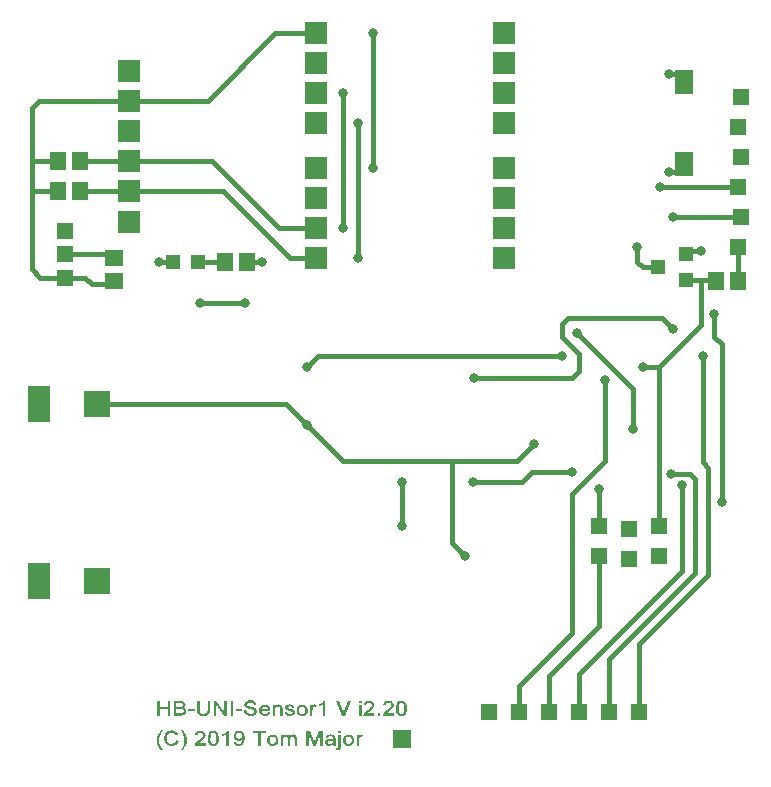
<source format=gtl>
%FSLAX35Y35*%
%MOIN*%
%IN16=KupferobenL2(X.Top)*%
%ADD10C,0.00591*%
%ADD11C,0.00004*%
%ADD12C,0.00200*%
%ADD13C,0.00240*%
%ADD14C,0.00300*%
%ADD15C,0.00384*%
%ADD16C,0.00400*%
%ADD17C,0.00413*%
%ADD18C,0.00535*%
%ADD19C,0.00600*%
%ADD20C,0.00748*%
%ADD21C,0.00768*%
%ADD22C,0.00787*%
%ADD23C,0.00800*%
%ADD24C,0.00886*%
%ADD25C,0.01024*%
%ADD26C,0.01181*%
%ADD27C,0.01575*%
%ADD28C,0.01969*%
%ADD29C,0.02362*%
%ADD30C,0.03150*%
%ADD31C,0.03536*%
%ADD32C,0.05000*%
%ADD33C,0.05906*%
%ADD34C,0.09843*%
%AMR_35*21,1,0.00600,0.07200,0,0,0.000*%
%ADD35R_35*%
%AMR_36*21,1,0.00788,0.03150,0,0,0.000*%
%ADD36R_36*%
%AMR_37*21,1,0.01181,0.00591,0,0,0.000*%
%ADD37R_37*%
%AMR_38*21,1,0.01181,0.01181,0,0,0.000*%
%ADD38R_38*%
%AMR_39*21,1,0.01250,0.04375,0,0,0.000*%
%ADD39R_39*%
%AMR_40*21,1,0.01400,0.05600,0,0,0.000*%
%ADD40R_40*%
%AMR_41*21,1,0.01574,0.04724,0,0,0.000*%
%ADD41R_41*%
%AMR_42*21,1,0.01969,0.05118,0,0,180.000*%
%ADD42R_42*%
%AMR_43*21,1,0.02300,0.01800,0,0,0.000*%
%ADD43R_43*%
%AMR_44*21,1,0.02362,0.05315,0,0,0.000*%
%ADD44R_44*%
%AMR_45*21,1,0.02756,0.11024,0,0,270.000*%
%ADD45R_45*%
%AMR_46*21,1,0.02953,0.05709,0,0,0.000*%
%ADD46R_46*%
%AMR_47*21,1,0.03150,0.00788,0,0,0.000*%
%ADD47R_47*%
%AMR_48*21,1,0.03750,0.01875,0,0,0.000*%
%ADD48R_48*%
%AMR_49*21,1,0.03750,0.13125,0,0,0.000*%
%ADD49R_49*%
%AMR_50*21,1,0.03937,0.05512,0,0,270.000*%
%ADD50R_50*%
%AMR_51*21,1,0.04600,0.05512,0,0,0.000*%
%ADD51R_51*%
%AMR_52*21,1,0.04724,0.01574,0,0,0.000*%
%ADD52R_52*%
%AMR_53*21,1,0.04724,0.04724,0,0,0.000*%
%ADD53R_53*%
%AMR_54*21,1,0.04724,0.04724,0,0,90.000*%
%ADD54R_54*%
%AMR_55*21,1,0.05118,0.01969,0,0,180.000*%
%ADD55R_55*%
%AMR_56*21,1,0.05118,0.05906,0,0,0.000*%
%ADD56R_56*%
%AMR_57*21,1,0.05118,0.05906,0,0,90.000*%
%ADD57R_57*%
%AMR_58*21,1,0.05118,0.05906,0,0,180.000*%
%ADD58R_58*%
%AMR_59*21,1,0.05118,0.06299,0,0,90.000*%
%ADD59R_59*%
%AMR_60*21,1,0.05118,0.06299,0,0,180.000*%
%ADD60R_60*%
%AMR_61*21,1,0.05118,0.06299,0,0,270.000*%
%ADD61R_61*%
%AMR_62*21,1,0.05512,0.05512,0,0,0.000*%
%ADD62R_62*%
%AMR_63*21,1,0.05512,0.05512,0,0,90.000*%
%ADD63R_63*%
%AMR_64*21,1,0.05512,0.05512,0,0,180.000*%
%ADD64R_64*%
%AMR_65*21,1,0.05512,0.05512,0,0,270.000*%
%ADD65R_65*%
%AMR_66*21,1,0.05600,0.01400,0,0,0.000*%
%ADD66R_66*%
%AMR_67*21,1,0.05709,0.02953,0,0,0.000*%
%ADD67R_67*%
%AMR_68*21,1,0.06299,0.06299,0,0,0.000*%
%ADD68R_68*%
%AMR_69*21,1,0.07087,0.07087,0,0,270.000*%
%ADD69R_69*%
%AMR_70*21,1,0.07087,0.11811,0,0,0.000*%
%ADD70R_70*%
%AMR_71*21,1,0.07874,0.06299,0,0,90.000*%
%ADD71R_71*%
%AMR_72*21,1,0.08661,0.04724,0,0,270.000*%
%ADD72R_72*%
%AMR_73*21,1,0.08661,0.08661,0,0,0.000*%
%ADD73R_73*%
%AMR_74*21,1,0.09843,0.19685,0,0,0.000*%
%ADD74R_74*%
%AMR_75*21,1,0.10000,0.01875,0,0,0.000*%
%ADD75R_75*%
%AMR_76*21,1,0.10625,0.01875,0,0,0.000*%
%ADD76R_76*%
%AMR_77*21,1,0.10625,0.19685,0,0,0.000*%
%ADD77R_77*%
%AMR_78*21,1,0.19685,0.09843,0,0,0.000*%
%ADD78R_78*%
%AMR_79*21,1,0.19685,0.19685,0,0,0.000*%
%ADD79R_79*%
%AMOCT_80*4,1,8,0.049213,0.024606,0.024606,0.049213,-0.024606,0.049213,-0.049213,0.024606,-0.049213,-0.024606,-0.024606,-0.049213,0.024606,-0.049213,0.049213,-0.024606,0.049213,0.024606,0.000*%
%ADD80OCT_80*%
G54D27*
X220356Y170856D02*
X225231Y170856D01*
X220356Y170856D02*
X220356Y169562D01*
X49222Y167106D02*
X44606Y167106D01*
X219606Y227111D02*
X219606Y229606D01*
X214606Y229606D01*
X125590Y93882D02*
X125590Y78981D01*
X191278Y91481D02*
X191278Y78981D01*
X149606Y128356D02*
X182106Y128356D01*
X184606Y130856D01*
X184606Y136481D01*
X178981Y142106D01*
X178981Y146481D01*
X180856Y148356D01*
X212106Y148356D01*
X215856Y144606D01*
X205856Y132106D02*
X211278Y132106D01*
X211278Y78981D01*
X230196Y160900D02*
X225231Y160900D01*
X230196Y160900D02*
X230241Y160856D01*
X225231Y160900D02*
X225231Y146059D01*
X225231Y160900D02*
X220356Y160900D01*
X225231Y146059D02*
X211278Y132106D01*
X215856Y182106D02*
X238518Y182106D01*
X211481Y192106D02*
X237731Y192106D01*
X149212Y93882D02*
X165757Y93882D01*
X168981Y97106D01*
X182106Y97106D01*
X219606Y199601D02*
X219606Y197106D01*
X214606Y197106D01*
X232106Y87106D02*
X232106Y139606D01*
X229606Y149606D02*
X229606Y142106D01*
X232106Y139606D01*
X57490Y167106D02*
X66491Y167106D01*
X88356Y168356D02*
X96850Y168356D01*
X88356Y168356D02*
X65856Y190856D01*
X34606Y190856D01*
X18346Y190856D02*
X34606Y190856D01*
X110856Y168356D02*
X110856Y213356D01*
X84606Y178356D02*
X96850Y178356D01*
X84606Y178356D02*
X62106Y200856D01*
X34606Y200856D01*
X18346Y200856D02*
X34606Y200856D01*
X105856Y178356D02*
X105856Y223356D01*
X164606Y17106D02*
X164606Y25856D01*
X182106Y43356D01*
X182106Y89606D01*
X193356Y100856D01*
X193356Y127731D01*
X194606Y34606D02*
X194606Y17106D01*
X194606Y34606D02*
X223356Y63356D01*
X223356Y94606D01*
X221481Y96481D01*
X215231Y96481D01*
X183981Y143356D02*
X202731Y124606D01*
X202731Y111481D01*
X184606Y17106D02*
X184606Y29606D01*
X218981Y63981D01*
X218981Y92731D01*
X178981Y135856D02*
X97731Y135856D01*
X93981Y132106D01*
X73356Y153356D02*
X58356Y153356D01*
X13356Y169606D02*
X29606Y169606D01*
X29606Y168346D01*
X73971Y167106D02*
X78981Y167106D01*
X210856Y165231D02*
X205856Y165231D01*
X2106Y190856D02*
X10866Y190856D01*
X34606Y220856D02*
X4606Y220856D01*
X10866Y200856D02*
X2106Y200856D01*
X2106Y190856D02*
X2106Y200856D01*
X2106Y218356D01*
X4606Y220856D01*
X2106Y218356D02*
X2106Y200856D01*
X115856Y198356D02*
X115856Y243356D01*
X22106Y159606D02*
X28356Y159606D01*
X29606Y160866D01*
X22106Y159606D02*
X19980Y161732D01*
X13356Y161732D01*
X34606Y220856D02*
X60856Y220856D01*
X83356Y243356D01*
X96850Y243356D01*
X169606Y106481D02*
X163981Y100856D01*
X142106Y100856D01*
X146481Y68981D02*
X142106Y73356D01*
X142106Y100856D01*
X174606Y17106D02*
X174606Y28981D01*
X191278Y45653D01*
X191278Y68981D01*
X205856Y165231D02*
X203876Y167210D01*
X203876Y172106D01*
X13356Y161732D02*
X4980Y161732D01*
X2106Y164606D01*
X2106Y190856D01*
X24025Y119758D02*
X86953Y119758D01*
X93981Y112731D01*
X105856Y100856D01*
X142106Y100856D01*
X237731Y172106D02*
X237731Y160856D01*
X237721Y160856D01*
X227731Y98356D02*
X227731Y62731D01*
X204606Y39606D02*
X227731Y62731D01*
X204606Y17106D02*
X204606Y39606D01*
X227731Y98356D02*
X225856Y100231D01*
X225856Y135856D01*
G54D30*
X225231Y170856D03*
X44606Y167106D03*
X214606Y229606D03*
X125590Y93882D03*
X191278Y91481D03*
X125590Y78981D03*
X215856Y144606D03*
X149606Y128356D03*
X205856Y132106D03*
X215856Y182106D03*
X211481Y192106D03*
X149212Y93882D03*
X182106Y97106D03*
X214606Y197106D03*
X232106Y87106D03*
X229606Y149606D03*
X110856Y168356D03*
X110856Y213356D03*
X105856Y178356D03*
X105856Y223356D03*
X193356Y127731D03*
X215231Y96481D03*
X202731Y111481D03*
X183981Y143356D03*
X218981Y92731D03*
X93981Y132106D03*
X178981Y135856D03*
X73356Y153356D03*
X58356Y153356D03*
X78981Y167106D03*
X203876Y172106D03*
X115856Y198356D03*
X115856Y243356D03*
X169606Y106481D03*
X93981Y112731D03*
X146481Y68981D03*
X225856Y135856D03*
G54D53*
X220356Y160900D03*
X220356Y169562D03*
X210856Y165231D03*
G54D54*
X49222Y167106D03*
X57490Y167106D03*
G54D58*
X237721Y160856D03*
X230241Y160856D03*
G54D59*
X29606Y160866D03*
X29606Y168346D03*
G54D60*
X73971Y167106D03*
X66491Y167106D03*
X18346Y190856D03*
X10866Y190856D03*
X18346Y200856D03*
X10866Y200856D03*
G54D62*
X191278Y78981D03*
X191278Y68981D03*
X201278Y78193D03*
X201278Y68193D03*
X211278Y78981D03*
X211278Y68981D03*
G54D63*
X237731Y172106D03*
X238518Y182106D03*
X237731Y192106D03*
X238518Y202106D03*
X237731Y212106D03*
X238518Y222106D03*
G54D64*
X204606Y17106D03*
X194606Y17106D03*
X184606Y17106D03*
X174606Y17106D03*
X164606Y17106D03*
X154606Y17106D03*
G54D65*
X13356Y161732D03*
X13356Y177480D03*
X13356Y169606D03*
G54D68*
X125590Y8043D03*
G54D69*
X96850Y243356D03*
X96850Y233356D03*
X96850Y223356D03*
X96850Y213356D03*
X96850Y198356D03*
X96850Y188356D03*
X96850Y178356D03*
X96850Y168356D03*
X159606Y243356D03*
X159606Y233356D03*
X159606Y223356D03*
X159606Y213356D03*
X159606Y198356D03*
X159606Y188356D03*
X159606Y178356D03*
X159606Y168356D03*
X34606Y220856D03*
X34606Y210856D03*
X34606Y200856D03*
X34606Y190856D03*
X34606Y180231D03*
X34606Y230856D03*
G54D70*
X4606Y119758D03*
X4606Y60703D03*
G54D71*
X219606Y199601D03*
X219606Y227111D03*
G54D73*
X24025Y119758D03*
X24025Y60703D03*
G36*
X45797Y4438D02*
X45206Y4438D01*
X44655Y5147D01*
X44222Y5935D01*
X44064Y6368D01*
X43946Y6801D01*
X43868Y7234D01*
X43828Y7706D01*
X43907Y8494D01*
X44143Y9242D01*
X44301Y9635D01*
X44576Y10068D01*
X44852Y10501D01*
X45206Y10935D01*
X45797Y10935D01*
X45600Y10580D01*
X45403Y10265D01*
X45285Y10029D01*
X45167Y9872D01*
X44970Y9399D01*
X44812Y8927D01*
X44694Y8336D01*
X44655Y7706D01*
X44734Y6919D01*
X44931Y6092D01*
X45285Y5265D01*
X45797Y4438D01*
D02*G37*
G36*
X50285Y7431D02*
X50364Y7746D01*
X51230Y7509D01*
X51072Y7116D01*
X50915Y6761D01*
X50679Y6446D01*
X50403Y6210D01*
X50088Y6013D01*
X49734Y5895D01*
X49340Y5816D01*
X48907Y5777D01*
X48513Y5777D01*
X48120Y5856D01*
X47765Y5974D01*
X47450Y6092D01*
X46978Y6525D01*
X46584Y7076D01*
X46387Y7706D01*
X46309Y8415D01*
X46348Y8769D01*
X46387Y9124D01*
X46505Y9438D01*
X46624Y9753D01*
X47017Y10265D01*
X47568Y10620D01*
X48198Y10856D01*
X48907Y10935D01*
X49301Y10895D01*
X49694Y10816D01*
X50009Y10698D01*
X50324Y10541D01*
X50600Y10305D01*
X50797Y10068D01*
X50994Y9753D01*
X51112Y9399D01*
X50285Y9242D01*
X50167Y9478D01*
X50049Y9675D01*
X49891Y9872D01*
X49734Y9990D01*
X49340Y10147D01*
X48868Y10226D01*
X48356Y10147D01*
X47883Y9990D01*
X47568Y9675D01*
X47332Y9281D01*
X47214Y8848D01*
X47175Y8415D01*
X47214Y7824D01*
X47372Y7352D01*
X47608Y6958D01*
X47962Y6683D01*
X48395Y6525D01*
X48868Y6486D01*
X49379Y6564D01*
X49812Y6761D01*
X50009Y6958D01*
X50167Y7155D01*
X50285Y7431D01*
D02*G37*
G36*
X53080Y5147D02*
X52529Y4438D01*
X51938Y4438D01*
X52450Y5265D01*
X52805Y6092D01*
X53001Y6919D01*
X53080Y7706D01*
X53041Y8297D01*
X52923Y8927D01*
X52765Y9399D01*
X52568Y9872D01*
X52450Y10029D01*
X52332Y10265D01*
X52175Y10580D01*
X51938Y10935D01*
X52529Y10935D01*
X52883Y10501D01*
X53159Y10068D01*
X53435Y9635D01*
X53592Y9242D01*
X53828Y8494D01*
X53907Y7706D01*
X53868Y7273D01*
X53828Y6801D01*
X53671Y6368D01*
X53513Y5935D01*
X53080Y5147D01*
D02*G37*
G36*
X57529Y6564D02*
X60167Y6564D01*
X60167Y5856D01*
X56505Y5856D01*
X56505Y6131D01*
X56584Y6368D01*
X56742Y6722D01*
X57017Y7037D01*
X57372Y7391D01*
X57844Y7785D01*
X58238Y8100D01*
X58553Y8375D01*
X58828Y8612D01*
X58986Y8809D01*
X59222Y9163D01*
X59301Y9478D01*
X59222Y9753D01*
X59064Y9990D01*
X58750Y10187D01*
X58395Y10226D01*
X57962Y10147D01*
X57687Y9990D01*
X57490Y9714D01*
X57411Y9281D01*
X56584Y9360D01*
X56663Y9714D01*
X56742Y10029D01*
X56899Y10265D01*
X57135Y10501D01*
X57372Y10659D01*
X57687Y10777D01*
X58001Y10816D01*
X58395Y10856D01*
X58789Y10816D01*
X59104Y10738D01*
X59419Y10620D01*
X59655Y10462D01*
X59852Y10226D01*
X60009Y9990D01*
X60088Y9753D01*
X60127Y9478D01*
X60088Y9163D01*
X60009Y8848D01*
X59812Y8572D01*
X59576Y8257D01*
X59379Y8061D01*
X59183Y7864D01*
X58907Y7627D01*
X58592Y7391D01*
X58316Y7194D01*
X58120Y7037D01*
X57923Y6879D01*
X57805Y6801D01*
X57647Y6643D01*
X57529Y6564D01*
D02*G37*
G36*
X61743Y8336D02*
X60915Y8336D01*
X60915Y8730D01*
X60954Y9124D01*
X61033Y9438D01*
X61112Y9714D01*
X61348Y10226D01*
X61702Y10580D01*
X62175Y10777D01*
X62726Y10856D01*
X63159Y10816D01*
X63513Y10698D01*
X63868Y10462D01*
X64104Y10226D01*
X64261Y9872D01*
X64419Y9478D01*
X64498Y8966D01*
X64537Y8336D01*
X64537Y7903D01*
X64498Y7549D01*
X64419Y7194D01*
X64340Y6919D01*
X64104Y6407D01*
X63750Y6053D01*
X63277Y5856D01*
X62726Y5777D01*
X62332Y5816D01*
X62017Y5895D01*
X61702Y6092D01*
X61427Y6289D01*
X61230Y6683D01*
X61033Y7116D01*
X60954Y7667D01*
X60916Y8336D01*
X61742Y8336D01*
X61742Y7785D01*
X61820Y7352D01*
X61899Y6998D01*
X62017Y6761D01*
X62175Y6604D01*
X62372Y6486D01*
X62529Y6446D01*
X62726Y6407D01*
X62923Y6446D01*
X63080Y6486D01*
X63277Y6604D01*
X63435Y6761D01*
X63553Y6998D01*
X63631Y7352D01*
X63710Y7785D01*
X63710Y8336D01*
X63710Y8848D01*
X63631Y9281D01*
X63553Y9635D01*
X63435Y9872D01*
X63277Y10029D01*
X63120Y10147D01*
X62923Y10187D01*
X62726Y10226D01*
X62332Y10147D01*
X62057Y9911D01*
X61938Y9675D01*
X61820Y9320D01*
X61781Y8848D01*
X61743Y8336D01*
D02*G37*
G36*
X67805Y10856D02*
X67805Y5856D01*
X66978Y5856D01*
X66978Y9675D01*
X66781Y9478D01*
X66466Y9242D01*
X66072Y9084D01*
X65679Y8927D01*
X65679Y9596D01*
X66190Y9872D01*
X66663Y10187D01*
X66978Y10501D01*
X67253Y10856D01*
X67805Y10856D01*
D02*G37*
G36*
X71742Y10777D02*
X71230Y10856D01*
X70875Y10816D01*
D02*G37*
G36*
X70561Y10738D02*
X71742Y10777D01*
X70875Y10816D01*
D02*G37*
G36*
X70246Y10580D02*
X71742Y10777D01*
X70561Y10738D01*
D02*G37*
G36*
X72214Y10580D02*
X71742Y10777D01*
X70246Y10580D01*
D02*G37*
G36*
X69970Y10383D02*
X72214Y10580D01*
X70246Y10580D01*
D02*G37*
G36*
X72608Y10265D02*
X72214Y10580D01*
X69970Y10383D01*
D02*G37*
G36*
X71309Y10226D02*
X72608Y10265D01*
X69970Y10383D01*
D02*G37*
G36*
X69773Y10147D02*
X71309Y10226D01*
X69970Y10383D01*
D02*G37*
G36*
X70915Y10147D02*
X71309Y10226D01*
X69773Y10147D01*
D02*G37*
G36*
X71702Y10147D02*
X72608Y10265D01*
X71309Y10226D01*
D02*G37*
G36*
X70600Y9950D02*
X70915Y10147D01*
X69773Y10147D01*
D02*G37*
G36*
X71978Y9950D02*
X72608Y10265D01*
X71702Y10147D01*
D02*G37*
G36*
X69616Y9832D02*
X70600Y9950D01*
X69773Y10147D01*
D02*G37*
G36*
X72883Y9832D02*
X72608Y10265D01*
X71978Y9950D01*
D02*G37*
G36*
X72175Y9635D02*
X72883Y9832D01*
X71978Y9950D01*
D02*G37*
G36*
X70403Y9596D02*
X70600Y9950D01*
X69616Y9832D01*
D02*G37*
G36*
X73001Y9557D02*
X72883Y9832D01*
X72175Y9635D01*
D02*G37*
G36*
X69537Y9517D02*
X70403Y9596D01*
X69616Y9832D01*
D02*G37*
G36*
X72254Y9242D02*
X73001Y9557D01*
X72175Y9635D01*
D02*G37*
G36*
X73080Y9242D02*
X73001Y9557D01*
X72254Y9242D01*
D02*G37*
G36*
X69498Y9163D02*
X70403Y9596D01*
X69537Y9517D01*
D02*G37*
G36*
X70324Y9163D02*
X70403Y9596D01*
X69498Y9163D01*
D02*G37*
G36*
X73120Y8887D02*
X73080Y9242D01*
X72254Y9242D01*
D02*G37*
G36*
X69537Y8809D02*
X70324Y9163D01*
X69498Y9163D01*
D02*G37*
G36*
X72175Y8809D02*
X73120Y8887D01*
X72254Y9242D01*
D02*G37*
G36*
X70403Y8769D02*
X70324Y9163D01*
X69537Y8809D01*
D02*G37*
G36*
X69616Y8494D02*
X70403Y8769D01*
X69537Y8809D01*
D02*G37*
G36*
X70600Y8494D02*
X70403Y8769D01*
X69616Y8494D01*
D02*G37*
G36*
X71978Y8494D02*
X73120Y8887D01*
X72175Y8809D01*
D02*G37*
G36*
X70915Y8297D02*
X70600Y8494D01*
X69616Y8494D01*
D02*G37*
G36*
X71663Y8297D02*
X73120Y8887D01*
X71978Y8494D01*
D02*G37*
G36*
X69773Y8218D02*
X70915Y8297D01*
X69616Y8494D01*
D02*G37*
G36*
X71309Y8218D02*
X70915Y8297D01*
X69773Y8218D01*
D02*G37*
G36*
X72293Y8100D02*
X73120Y8887D01*
X71663Y8297D01*
D02*G37*
G36*
X72293Y8100D02*
X71663Y8297D01*
X71309Y8218D01*
D02*G37*
G36*
X72293Y8100D02*
X71309Y8218D01*
X69773Y8218D01*
D02*G37*
G36*
X73120Y8021D02*
X73120Y8887D01*
X72293Y8100D01*
D02*G37*
G36*
X69970Y7982D02*
X72293Y8100D01*
X69773Y8218D01*
D02*G37*
G36*
X72175Y7903D02*
X72293Y8100D01*
X69970Y7982D01*
D02*G37*
G36*
X70206Y7746D02*
X72175Y7903D01*
X69970Y7982D01*
D02*G37*
G36*
X72293Y7746D02*
X73120Y8021D01*
X72293Y8100D01*
D02*G37*
G36*
X71899Y7706D02*
X72175Y7903D01*
X70206Y7746D01*
D02*G37*
G36*
X70482Y7627D02*
X71899Y7706D01*
X70206Y7746D01*
D02*G37*
G36*
X73080Y7627D02*
X73120Y8021D01*
X72293Y7746D01*
D02*G37*
G36*
X70797Y7549D02*
X71899Y7706D01*
X70482Y7627D01*
D02*G37*
G36*
X71505Y7549D02*
X71899Y7706D01*
X70797Y7549D01*
D02*G37*
G36*
X71112Y7509D02*
X71505Y7549D01*
X70797Y7549D01*
D02*G37*
G36*
X72214Y7391D02*
X73080Y7627D01*
X72293Y7746D01*
D02*G37*
G36*
X73001Y7273D02*
X73080Y7627D01*
X72214Y7391D01*
D02*G37*
G36*
X72096Y7076D02*
X73001Y7273D01*
X72214Y7391D01*
D02*G37*
G36*
X72883Y6958D02*
X73001Y7273D01*
X72096Y7076D01*
D02*G37*
G36*
X71978Y6840D02*
X72883Y6958D01*
X72096Y7076D01*
D02*G37*
G36*
X69655Y6801D02*
X70403Y7194D01*
X69576Y7116D01*
D02*G37*
G36*
X70521Y6801D02*
X70403Y7194D01*
X69655Y6801D01*
D02*G37*
G36*
X71820Y6643D02*
X72883Y6958D01*
X71978Y6840D01*
D02*G37*
G36*
X70679Y6564D02*
X70521Y6801D01*
X69655Y6801D01*
D02*G37*
G36*
X69734Y6525D02*
X70679Y6564D01*
X69655Y6801D01*
D02*G37*
G36*
X71663Y6525D02*
X72883Y6958D01*
X71820Y6643D01*
D02*G37*
G36*
X70915Y6446D02*
X70679Y6564D01*
X69734Y6525D01*
D02*G37*
G36*
X72608Y6446D02*
X72883Y6958D01*
X71663Y6525D01*
D02*G37*
G36*
X72608Y6446D02*
X71663Y6525D01*
X71427Y6446D01*
D02*G37*
G36*
X71190Y6407D02*
X70915Y6446D01*
X69734Y6525D01*
D02*G37*
G36*
X71190Y6407D02*
X72608Y6446D01*
X71427Y6446D01*
D02*G37*
G36*
X69891Y6289D02*
X71190Y6407D01*
X69734Y6525D01*
D02*G37*
G36*
X69891Y6289D02*
X72608Y6446D01*
X71190Y6407D01*
D02*G37*
G36*
X72214Y6092D02*
X72608Y6446D01*
X69891Y6289D01*
D02*G37*
G36*
X70285Y5974D02*
X72214Y6092D01*
X69891Y6289D01*
D02*G37*
G36*
X71978Y5935D02*
X72214Y6092D01*
X70285Y5974D01*
D02*G37*
G36*
X70561Y5856D02*
X71978Y5935D01*
X70285Y5974D01*
D02*G37*
G36*
X71702Y5856D02*
X71978Y5935D01*
X70561Y5856D01*
D02*G37*
G36*
X70836Y5777D02*
X71702Y5856D01*
X70561Y5856D01*
D02*G37*
G36*
X71151Y5777D02*
X71702Y5856D01*
X70836Y5777D01*
D02*G37*
G36*
X78435Y5856D02*
X77568Y5856D01*
X77568Y10147D01*
X75797Y10147D01*
X75797Y10856D01*
X80206Y10856D01*
X80206Y10147D01*
X78435Y10147D01*
X78435Y5856D01*
D02*G37*
G36*
X81467Y7706D02*
X80639Y7706D01*
X80679Y8179D01*
X80797Y8572D01*
X80994Y8927D01*
X81269Y9202D01*
X81505Y9360D01*
X81820Y9478D01*
X82135Y9557D01*
X82490Y9596D01*
X82883Y9557D01*
X83238Y9478D01*
X83553Y9320D01*
X83828Y9084D01*
X84064Y8809D01*
X84222Y8494D01*
X84301Y8139D01*
X84340Y7746D01*
X84301Y7116D01*
X84104Y6643D01*
X83828Y6289D01*
X83435Y6013D01*
X83001Y5816D01*
X82490Y5777D01*
X82096Y5816D01*
X81742Y5895D01*
X81427Y6053D01*
X81151Y6289D01*
X80915Y6564D01*
X80757Y6879D01*
X80679Y7273D01*
X80640Y7706D01*
X81466Y7706D01*
X81505Y7391D01*
X81545Y7116D01*
X81624Y6919D01*
X81781Y6722D01*
X81938Y6564D01*
X82096Y6486D01*
X82293Y6407D01*
X82490Y6407D01*
X82687Y6407D01*
X82883Y6486D01*
X83041Y6564D01*
X83198Y6722D01*
X83356Y6919D01*
X83435Y7116D01*
X83513Y7391D01*
X83513Y7706D01*
X83435Y8257D01*
X83238Y8651D01*
X82883Y8887D01*
X82490Y8966D01*
X82096Y8887D01*
X81742Y8651D01*
X81624Y8494D01*
X81545Y8257D01*
X81466Y8021D01*
X81467Y7706D01*
D02*G37*
G36*
X85954Y5856D02*
X85127Y5856D01*
X85127Y9517D01*
X85954Y9517D01*
X85954Y9084D01*
X86033Y9242D01*
X86269Y9438D01*
X86624Y9557D01*
X87017Y9596D01*
X87411Y9557D01*
X87765Y9399D01*
X88001Y9242D01*
X88120Y9005D01*
X88316Y9281D01*
X88592Y9438D01*
X88907Y9557D01*
X89301Y9596D01*
X89852Y9517D01*
X90246Y9281D01*
X90403Y9124D01*
X90482Y8887D01*
X90561Y8651D01*
X90600Y8375D01*
X90600Y5856D01*
X89773Y5856D01*
X89773Y8179D01*
X89734Y8454D01*
X89694Y8651D01*
X89616Y8769D01*
X89498Y8887D01*
X89340Y8927D01*
X89143Y8966D01*
X88789Y8887D01*
X88513Y8730D01*
X88316Y8454D01*
X88277Y7982D01*
X88277Y5856D01*
X87450Y5856D01*
X87450Y8257D01*
X87411Y8572D01*
X87293Y8769D01*
X87096Y8927D01*
X86820Y8966D01*
X86584Y8927D01*
X86348Y8848D01*
X86151Y8690D01*
X86033Y8494D01*
X85954Y8179D01*
X85954Y7785D01*
X85954Y5856D01*
D02*G37*
G36*
X94616Y5856D02*
X93750Y5856D01*
X93750Y10856D01*
X94931Y10856D01*
X96269Y7391D01*
X96348Y7155D01*
X96387Y6958D01*
X96427Y6840D01*
X96466Y6722D01*
X96466Y6840D01*
X96505Y6998D01*
X96584Y7194D01*
X96663Y7431D01*
X98001Y10856D01*
X99104Y10856D01*
X99104Y5856D01*
X98238Y5856D01*
X98238Y9950D01*
X96781Y5856D01*
X96033Y5856D01*
X94616Y9990D01*
X94616Y5856D01*
D02*G37*
G36*
X102332Y9557D02*
X101860Y9596D01*
X101348Y9557D01*
D02*G37*
G36*
X100915Y9478D02*
X102332Y9557D01*
X101348Y9557D01*
D02*G37*
G36*
X102687Y9478D02*
X102332Y9557D01*
X100915Y9478D01*
D02*G37*
G36*
X103001Y9360D02*
X102687Y9478D01*
X100915Y9478D01*
D02*G37*
G36*
X100561Y9281D02*
X103001Y9360D01*
X100915Y9478D01*
D02*G37*
G36*
X103198Y9202D02*
X103001Y9360D01*
X100561Y9281D01*
D02*G37*
G36*
X100324Y9084D02*
X103198Y9202D01*
X100561Y9281D01*
D02*G37*
G36*
X103316Y9005D02*
X103198Y9202D01*
X100324Y9084D01*
D02*G37*
G36*
X101742Y8966D02*
X103316Y9005D01*
X100324Y9084D01*
D02*G37*
G36*
X101387Y8927D02*
X101742Y8966D01*
X100324Y9084D01*
D02*G37*
G36*
X102135Y8927D02*
X103316Y9005D01*
X101742Y8966D01*
D02*G37*
G36*
X101112Y8848D02*
X101387Y8927D01*
X100324Y9084D01*
D02*G37*
G36*
X100127Y8769D02*
X101112Y8848D01*
X100324Y9084D01*
D02*G37*
G36*
X102411Y8769D02*
X103316Y9005D01*
X102135Y8927D01*
D02*G37*
G36*
X103395Y8769D02*
X103316Y9005D01*
X102411Y8769D01*
D02*G37*
G36*
X100954Y8612D02*
X101112Y8848D01*
X100127Y8769D01*
D02*G37*
G36*
X102529Y8612D02*
X103395Y8769D01*
X102411Y8769D01*
D02*G37*
G36*
X103435Y8533D02*
X103395Y8769D01*
X102529Y8612D01*
D02*G37*
G36*
X100009Y8375D02*
X100954Y8612D01*
X100127Y8769D01*
D02*G37*
G36*
X102568Y8336D02*
X103435Y8533D01*
X102529Y8612D01*
D02*G37*
G36*
X100797Y8297D02*
X100954Y8612D01*
X100009Y8375D01*
D02*G37*
G36*
X102568Y8179D02*
X103435Y8533D01*
X102568Y8336D01*
D02*G37*
G36*
X101151Y7942D02*
X101860Y8061D01*
X101505Y8021D01*
D02*G37*
G36*
X101151Y7942D02*
X102135Y8100D01*
X101860Y8061D01*
D02*G37*
G36*
X100915Y7903D02*
X102135Y8100D01*
X101151Y7942D01*
D02*G37*
G36*
X100403Y7706D02*
X102135Y8100D01*
X100915Y7903D01*
D02*G37*
G36*
X100403Y7706D02*
X102372Y8139D01*
X102135Y8100D01*
D02*G37*
G36*
X100403Y7706D02*
X102568Y8179D01*
X102372Y8139D01*
D02*G37*
G36*
X102569Y7627D02*
X103435Y8533D01*
X102568Y8179D01*
D02*G37*
G36*
X102569Y7627D02*
X102568Y8179D01*
X100403Y7706D01*
D02*G37*
G36*
X100206Y7549D02*
X102569Y7627D01*
X100403Y7706D01*
D02*G37*
G36*
X102411Y7549D02*
X102569Y7627D01*
X100206Y7549D01*
D02*G37*
G36*
X102214Y7509D02*
X102411Y7549D01*
X100206Y7549D01*
D02*G37*
G36*
X102568Y7470D02*
X103435Y8533D01*
X102569Y7627D01*
D02*G37*
G36*
X101938Y7431D02*
X102214Y7509D01*
X100206Y7549D01*
D02*G37*
G36*
X101584Y7391D02*
X101938Y7431D01*
X100206Y7549D01*
D02*G37*
G36*
X100049Y7352D02*
X101584Y7391D01*
X100206Y7549D01*
D02*G37*
G36*
X101269Y7352D02*
X101584Y7391D01*
X100049Y7352D01*
D02*G37*
G36*
X101072Y7273D02*
X101269Y7352D01*
X100049Y7352D01*
D02*G37*
G36*
X100915Y7194D02*
X101072Y7273D01*
X100049Y7352D01*
D02*G37*
G36*
X102529Y7155D02*
X103435Y8533D01*
X102568Y7470D01*
D02*G37*
G36*
X99970Y7116D02*
X100915Y7194D01*
X100049Y7352D01*
D02*G37*
G36*
X100836Y7116D02*
X100915Y7194D01*
X99970Y7116D01*
D02*G37*
G36*
X102450Y6919D02*
X103435Y8533D01*
X102529Y7155D01*
D02*G37*
G36*
X99931Y6879D02*
X100836Y7116D01*
X99970Y7116D01*
D02*G37*
G36*
X100757Y6879D02*
X100836Y7116D01*
X99931Y6879D01*
D02*G37*
G36*
X103435Y6722D02*
X103435Y8533D01*
X102450Y6919D01*
D02*G37*
G36*
X100797Y6683D02*
X100757Y6879D01*
X99931Y6879D01*
D02*G37*
G36*
X102293Y6683D02*
X103435Y6722D01*
X102450Y6919D01*
D02*G37*
G36*
X99970Y6643D02*
X100797Y6683D01*
X99931Y6879D01*
D02*G37*
G36*
X100915Y6525D02*
X100797Y6683D01*
X99970Y6643D01*
D02*G37*
G36*
X103474Y6525D02*
X103435Y6722D01*
X102293Y6683D01*
D02*G37*
G36*
X102057Y6486D02*
X103474Y6525D01*
X102293Y6683D01*
D02*G37*
G36*
X100009Y6446D02*
X100915Y6525D01*
X99970Y6643D01*
D02*G37*
G36*
X101151Y6407D02*
X100915Y6525D01*
X100009Y6446D01*
D02*G37*
G36*
X101781Y6407D02*
X103474Y6525D01*
X102057Y6486D01*
D02*G37*
G36*
X101466Y6368D02*
X101151Y6407D01*
X100009Y6446D01*
D02*G37*
G36*
X101466Y6368D02*
X103474Y6525D01*
X101781Y6407D01*
D02*G37*
G36*
X103474Y6368D02*
X103474Y6525D01*
X101466Y6368D01*
D02*G37*
G36*
X102647Y6289D02*
X103474Y6368D01*
X101466Y6368D01*
D02*G37*
G36*
X102647Y6289D02*
X101466Y6368D01*
X100009Y6446D01*
D02*G37*
G36*
X100127Y6250D02*
X102647Y6289D01*
X100009Y6446D01*
D02*G37*
G36*
X103553Y6131D02*
X103474Y6368D01*
X102647Y6289D01*
D02*G37*
G36*
X100285Y6092D02*
X102647Y6289D01*
X100127Y6250D01*
D02*G37*
G36*
X102687Y6092D02*
X103553Y6131D01*
X102647Y6289D01*
D02*G37*
G36*
X102372Y6053D02*
X102647Y6289D01*
X100285Y6092D01*
D02*G37*
G36*
X100482Y5935D02*
X102372Y6053D01*
X100285Y6092D01*
D02*G37*
G36*
X102057Y5895D02*
X102372Y6053D01*
X100482Y5935D01*
D02*G37*
G36*
X100718Y5856D02*
X102057Y5895D01*
X100482Y5935D01*
D02*G37*
G36*
X102844Y5856D02*
X103553Y6131D01*
X102687Y6092D01*
D02*G37*
G36*
X103631Y5856D02*
X103553Y6131D01*
X102844Y5856D01*
D02*G37*
G36*
X101702Y5816D02*
X102057Y5895D01*
X100718Y5856D01*
D02*G37*
G36*
X101309Y5777D02*
X101702Y5816D01*
X100718Y5856D01*
D02*G37*
G36*
X105246Y10108D02*
X104419Y10108D01*
X104419Y10856D01*
X105246Y10856D01*
X105246Y10108D01*
D02*G37*
G36*
X103868Y4478D02*
X103553Y4517D01*
X103710Y5226D01*
X103946Y5147D01*
X104104Y5147D01*
X104222Y5187D01*
X104301Y5265D01*
X104340Y5305D01*
X104379Y5423D01*
X104379Y5620D01*
X104419Y5816D01*
X104419Y9517D01*
X105246Y9517D01*
X105246Y5738D01*
X105206Y5423D01*
X105167Y5187D01*
X105127Y4950D01*
X105009Y4793D01*
X104852Y4635D01*
X104694Y4517D01*
X104458Y4478D01*
X104143Y4438D01*
X103868Y4478D01*
D02*G37*
G36*
X106782Y7706D02*
X105954Y7706D01*
X105994Y8179D01*
X106112Y8572D01*
X106309Y8927D01*
X106584Y9202D01*
X106820Y9360D01*
X107135Y9478D01*
X107450Y9557D01*
X107805Y9596D01*
X108198Y9557D01*
X108553Y9478D01*
X108868Y9320D01*
X109143Y9084D01*
X109379Y8809D01*
X109537Y8494D01*
X109616Y8139D01*
X109655Y7746D01*
X109616Y7116D01*
X109419Y6643D01*
X109143Y6289D01*
X108750Y6013D01*
X108316Y5816D01*
X107805Y5777D01*
X107411Y5816D01*
X107057Y5895D01*
X106742Y6053D01*
X106466Y6289D01*
X106230Y6564D01*
X106072Y6879D01*
X105994Y7273D01*
X105955Y7706D01*
X106781Y7706D01*
X106820Y7391D01*
X106860Y7116D01*
X106938Y6919D01*
X107096Y6722D01*
X107253Y6564D01*
X107411Y6486D01*
X107608Y6407D01*
X107805Y6407D01*
X108001Y6407D01*
X108198Y6486D01*
X108356Y6564D01*
X108513Y6722D01*
X108671Y6919D01*
X108750Y7116D01*
X108828Y7391D01*
X108828Y7706D01*
X108750Y8257D01*
X108553Y8651D01*
X108198Y8887D01*
X107805Y8966D01*
X107411Y8887D01*
X107057Y8651D01*
X106938Y8494D01*
X106860Y8257D01*
X106781Y8021D01*
X106782Y7706D01*
D02*G37*
G36*
X111269Y5856D02*
X110442Y5856D01*
X110442Y9517D01*
X111190Y9517D01*
X111190Y9045D01*
X111309Y9281D01*
X111466Y9478D01*
X111702Y9557D01*
X111938Y9596D01*
X112293Y9557D01*
X112687Y9360D01*
X112411Y8730D01*
X112135Y8848D01*
X111899Y8887D01*
X111742Y8848D01*
X111584Y8769D01*
X111466Y8651D01*
X111387Y8494D01*
X111309Y8179D01*
X111269Y7824D01*
X111269Y5856D01*
D02*G37*
G36*
X44812Y15856D02*
X43946Y15856D01*
X43946Y20856D01*
X44812Y20856D01*
X44812Y18848D01*
X47490Y18848D01*
X47490Y20856D01*
X48356Y20856D01*
X48356Y15856D01*
X47490Y15856D01*
X47490Y18139D01*
X44812Y18139D01*
X44812Y15856D01*
D02*G37*
G36*
X52135Y20816D02*
X51584Y20856D01*
X49458Y20856D01*
D02*G37*
G36*
X52608Y20698D02*
X52135Y20816D01*
X49458Y20856D01*
D02*G37*
G36*
X52962Y20501D02*
X52608Y20698D01*
X49458Y20856D01*
D02*G37*
G36*
X53198Y20226D02*
X52962Y20501D01*
X49458Y20856D01*
D02*G37*
G36*
X50324Y20147D02*
X53198Y20226D01*
X49458Y20856D01*
D02*G37*
G36*
X51820Y20147D02*
X53198Y20226D01*
X50324Y20147D01*
D02*G37*
G36*
X52135Y20068D02*
X53198Y20226D01*
X51820Y20147D01*
D02*G37*
G36*
X52332Y19990D02*
X53198Y20226D01*
X52135Y20068D01*
D02*G37*
G36*
X53395Y19911D02*
X53198Y20226D01*
X52332Y19990D01*
D02*G37*
G36*
X52450Y19872D02*
X53395Y19911D01*
X52332Y19990D01*
D02*G37*
G36*
X52529Y19675D02*
X53395Y19911D01*
X52450Y19872D01*
D02*G37*
G36*
X53435Y19557D02*
X53395Y19911D01*
X52529Y19675D01*
D02*G37*
G36*
X52568Y19478D02*
X53435Y19557D01*
X52529Y19675D01*
D02*G37*
G36*
X52529Y19242D02*
X53435Y19557D01*
X52568Y19478D01*
D02*G37*
G36*
X53395Y19242D02*
X53435Y19557D01*
X52529Y19242D01*
D02*G37*
G36*
X52450Y19084D02*
X53395Y19242D01*
X52529Y19242D01*
D02*G37*
G36*
X52293Y18927D02*
X53395Y19242D01*
X52450Y19084D01*
D02*G37*
G36*
X53238Y18927D02*
X53395Y19242D01*
X52293Y18927D01*
D02*G37*
G36*
X52096Y18848D02*
X53238Y18927D01*
X52293Y18927D01*
D02*G37*
G36*
X50325Y18809D02*
X50324Y20147D01*
X49458Y20856D01*
D02*G37*
G36*
X51820Y18809D02*
X53238Y18927D01*
X52096Y18848D01*
D02*G37*
G36*
X53001Y18690D02*
X53238Y18927D01*
X51820Y18809D01*
D02*G37*
G36*
X53001Y18690D02*
X51820Y18809D01*
X50325Y18809D01*
D02*G37*
G36*
X52687Y18533D02*
X53001Y18690D01*
X50325Y18809D01*
D02*G37*
G36*
X53120Y18375D02*
X52687Y18533D01*
X50325Y18809D01*
D02*G37*
G36*
X50324Y18100D02*
X53120Y18375D01*
X50325Y18809D01*
D02*G37*
G36*
X50324Y18100D02*
X50325Y18809D01*
X49458Y20856D01*
D02*G37*
G36*
X51505Y18100D02*
X53120Y18375D01*
X50324Y18100D01*
D02*G37*
G36*
X53435Y18100D02*
X53120Y18375D01*
X51505Y18100D01*
D02*G37*
G36*
X51938Y18061D02*
X53435Y18100D01*
X51505Y18100D01*
D02*G37*
G36*
X52253Y18021D02*
X53435Y18100D01*
X51938Y18061D01*
D02*G37*
G36*
X52490Y17903D02*
X53435Y18100D01*
X52253Y18021D01*
D02*G37*
G36*
X52687Y17746D02*
X53435Y18100D01*
X52490Y17903D01*
D02*G37*
G36*
X53631Y17746D02*
X53435Y18100D01*
X52687Y17746D01*
D02*G37*
G36*
X52805Y17588D02*
X53631Y17746D01*
X52687Y17746D01*
D02*G37*
G36*
X52844Y17352D02*
X53631Y17746D01*
X52805Y17588D01*
D02*G37*
G36*
X53710Y17352D02*
X53631Y17746D01*
X52844Y17352D01*
D02*G37*
G36*
X52805Y17155D02*
X53710Y17352D01*
X52844Y17352D01*
D02*G37*
G36*
X53671Y16998D02*
X53710Y17352D01*
X52805Y17155D01*
D02*G37*
G36*
X52726Y16958D02*
X53671Y16998D01*
X52805Y17155D01*
D02*G37*
G36*
X52608Y16801D02*
X53671Y16998D01*
X52726Y16958D01*
D02*G37*
G36*
X52490Y16683D02*
X53671Y16998D01*
X52608Y16801D01*
D02*G37*
G36*
X53553Y16683D02*
X53671Y16998D01*
X52490Y16683D01*
D02*G37*
G36*
X50325Y16564D02*
X50324Y18100D01*
X49458Y20856D01*
D02*G37*
G36*
X51899Y16564D02*
X53553Y16683D01*
X52490Y16683D01*
D02*G37*
G36*
X53356Y16407D02*
X53553Y16683D01*
X51899Y16564D01*
D02*G37*
G36*
X53356Y16407D02*
X51899Y16564D01*
X50325Y16564D01*
D02*G37*
G36*
X53120Y16171D02*
X53356Y16407D01*
X50325Y16564D01*
D02*G37*
G36*
X52844Y16053D02*
X53120Y16171D01*
X50325Y16564D01*
D02*G37*
G36*
X52490Y15935D02*
X52844Y16053D01*
X50325Y16564D01*
D02*G37*
G36*
X49458Y15856D02*
X50325Y16564D01*
X49458Y20856D01*
D02*G37*
G36*
X49458Y15856D02*
X52490Y15935D01*
X50325Y16564D01*
D02*G37*
G36*
X52096Y15856D02*
X52490Y15935D01*
X49458Y15856D01*
D02*G37*
G36*
X56505Y17312D02*
X54301Y17312D01*
X54301Y18021D01*
X56505Y18021D01*
X56505Y17312D01*
D02*G37*
G36*
X60797Y18021D02*
X60797Y20856D01*
X61663Y20856D01*
X61663Y17982D01*
X61624Y17312D01*
X61466Y16801D01*
X61348Y16564D01*
X61190Y16368D01*
X60757Y16053D01*
X60206Y15856D01*
X59458Y15777D01*
X58750Y15816D01*
X58198Y16013D01*
X57765Y16328D01*
X57490Y16722D01*
X57372Y16998D01*
X57293Y17273D01*
X57253Y17627D01*
X57253Y17982D01*
X57253Y20856D01*
X58120Y20856D01*
X58120Y18021D01*
X58120Y17706D01*
X58159Y17470D01*
X58198Y17234D01*
X58238Y17076D01*
X58435Y16801D01*
X58671Y16643D01*
X59025Y16525D01*
X59419Y16486D01*
X59773Y16486D01*
X60049Y16564D01*
X60285Y16643D01*
X60482Y16801D01*
X60600Y16958D01*
X60718Y17234D01*
X60797Y17588D01*
X60797Y18021D01*
D02*G37*
G36*
X63671Y15856D02*
X62805Y15856D01*
X62805Y20856D01*
X63671Y20856D01*
X66348Y17116D01*
X66348Y20856D01*
X67214Y20856D01*
X67214Y15856D01*
X66348Y15856D01*
X63671Y19635D01*
X63671Y15856D01*
D02*G37*
G36*
X69301Y15856D02*
X68435Y15856D01*
X68435Y20856D01*
X69301Y20856D01*
X69301Y15856D01*
D02*G37*
G36*
X72372Y17312D02*
X70167Y17312D01*
X70167Y18021D01*
X72372Y18021D01*
X72372Y17312D01*
D02*G37*
G36*
X72962Y17037D02*
X72883Y17588D01*
X73750Y17667D01*
X73828Y17273D01*
X73946Y16998D01*
X74183Y16761D01*
X74458Y16604D01*
X74812Y16525D01*
X75206Y16486D01*
X75561Y16525D01*
X75875Y16604D01*
X76112Y16722D01*
X76269Y16879D01*
X76387Y17076D01*
X76427Y17273D01*
X76387Y17470D01*
X76309Y17627D01*
X76151Y17746D01*
X75875Y17864D01*
X75757Y17903D01*
X75561Y17982D01*
X75285Y18021D01*
X74931Y18100D01*
X74616Y18179D01*
X74301Y18257D01*
X74064Y18336D01*
X73907Y18415D01*
X73553Y18612D01*
X73277Y18887D01*
X73120Y19202D01*
X73080Y19557D01*
X73159Y19911D01*
X73316Y20265D01*
X73631Y20541D01*
X74025Y20738D01*
X74537Y20895D01*
X75049Y20935D01*
X75639Y20895D01*
X76151Y20738D01*
X76584Y20541D01*
X76899Y20226D01*
X77096Y19832D01*
X77175Y19360D01*
X76309Y19320D01*
X76190Y19714D01*
X75954Y20029D01*
X75600Y20187D01*
X75088Y20226D01*
X74812Y20226D01*
X74576Y20187D01*
X74379Y20108D01*
X74222Y20029D01*
X74025Y19832D01*
X73946Y19596D01*
X73986Y19360D01*
X74143Y19163D01*
X74261Y19084D01*
X74498Y19005D01*
X74812Y18927D01*
X75167Y18848D01*
X75561Y18730D01*
X75915Y18651D01*
X76151Y18612D01*
X76348Y18533D01*
X76781Y18297D01*
X77057Y18021D01*
X77253Y17667D01*
X77293Y17312D01*
X77214Y16919D01*
X77017Y16525D01*
X76742Y16210D01*
X76309Y15974D01*
X75797Y15816D01*
X75246Y15777D01*
X74537Y15816D01*
X73986Y15974D01*
X73553Y16250D01*
X73198Y16604D01*
X72962Y17037D01*
D02*G37*
G36*
X80285Y19557D02*
X79891Y19596D01*
X79458Y19557D01*
D02*G37*
G36*
X79104Y19478D02*
X80285Y19557D01*
X79458Y19557D01*
D02*G37*
G36*
X80639Y19478D02*
X80285Y19557D01*
X79104Y19478D01*
D02*G37*
G36*
X78789Y19320D02*
X80639Y19478D01*
X79104Y19478D01*
D02*G37*
G36*
X80954Y19320D02*
X80639Y19478D01*
X78789Y19320D01*
D02*G37*
G36*
X78474Y19084D02*
X80954Y19320D01*
X78789Y19320D01*
D02*G37*
G36*
X81230Y19084D02*
X80954Y19320D01*
X78474Y19084D01*
D02*G37*
G36*
X79891Y18966D02*
X81230Y19084D01*
X78474Y19084D01*
D02*G37*
G36*
X79458Y18887D02*
X79891Y18966D01*
X78474Y19084D01*
D02*G37*
G36*
X80324Y18887D02*
X81230Y19084D01*
X79891Y18966D01*
D02*G37*
G36*
X78277Y18809D02*
X79458Y18887D01*
X78474Y19084D01*
D02*G37*
G36*
X81466Y18809D02*
X81230Y19084D01*
X80324Y18887D01*
D02*G37*
G36*
X79104Y18730D02*
X79458Y18887D01*
X78277Y18809D01*
D02*G37*
G36*
X80679Y18651D02*
X81466Y18809D01*
X80324Y18887D01*
D02*G37*
G36*
X81624Y18494D02*
X81466Y18809D01*
X80679Y18651D01*
D02*G37*
G36*
X78080Y18454D02*
X79104Y18730D01*
X78277Y18809D01*
D02*G37*
G36*
X78907Y18415D02*
X79104Y18730D01*
X78080Y18454D01*
D02*G37*
G36*
X80836Y18415D02*
X81624Y18494D01*
X80679Y18651D01*
D02*G37*
G36*
X81702Y18139D02*
X81624Y18494D01*
X80836Y18415D01*
D02*G37*
G36*
X78001Y18100D02*
X78907Y18415D01*
X78080Y18454D01*
D02*G37*
G36*
X78790Y18100D02*
X78907Y18415D01*
X78001Y18100D01*
D02*G37*
G36*
X80915Y18100D02*
X81702Y18139D01*
X80836Y18415D01*
D02*G37*
G36*
X81742Y17706D02*
X81702Y18139D01*
X80915Y18100D01*
D02*G37*
G36*
X81742Y17706D02*
X80915Y18100D01*
X78001Y18100D01*
D02*G37*
G36*
X77962Y17667D02*
X81742Y17706D01*
X78001Y18100D01*
D02*G37*
G36*
X78789Y17470D02*
X81742Y17706D01*
X77962Y17667D01*
D02*G37*
G36*
X81742Y17470D02*
X81742Y17706D01*
X78789Y17470D01*
D02*G37*
G36*
X78001Y17234D02*
X78789Y17470D01*
X77962Y17667D01*
D02*G37*
G36*
X78907Y17037D02*
X78789Y17470D01*
X78001Y17234D01*
D02*G37*
G36*
X78080Y16879D02*
X78907Y17037D01*
X78001Y17234D01*
D02*G37*
G36*
X80757Y16801D02*
X81702Y17037D01*
X80915Y17155D01*
D02*G37*
G36*
X79143Y16683D02*
X78907Y17037D01*
X78080Y16879D01*
D02*G37*
G36*
X78277Y16564D02*
X79143Y16683D01*
X78080Y16879D01*
D02*G37*
G36*
X80521Y16564D02*
X81702Y17037D01*
X80757Y16801D01*
D02*G37*
G36*
X79498Y16486D02*
X79143Y16683D01*
X78277Y16564D01*
D02*G37*
G36*
X81466Y16486D02*
X81702Y17037D01*
X80521Y16564D01*
D02*G37*
G36*
X80246Y16446D02*
X81466Y16486D01*
X80521Y16564D01*
D02*G37*
G36*
X79931Y16407D02*
X79498Y16486D01*
X78277Y16564D01*
D02*G37*
G36*
X79931Y16407D02*
X81466Y16486D01*
X80246Y16446D01*
D02*G37*
G36*
X78474Y16289D02*
X79931Y16407D01*
X78277Y16564D01*
D02*G37*
G36*
X78474Y16289D02*
X81466Y16486D01*
X79931Y16407D01*
D02*G37*
G36*
X81309Y16250D02*
X81466Y16486D01*
X78474Y16289D01*
D02*G37*
G36*
X78789Y16053D02*
X81309Y16250D01*
X78474Y16289D01*
D02*G37*
G36*
X80836Y15935D02*
X81309Y16250D01*
X78789Y16053D01*
D02*G37*
G36*
X79104Y15895D02*
X80836Y15935D01*
X78789Y16053D01*
D02*G37*
G36*
X80561Y15856D02*
X80836Y15935D01*
X79104Y15895D01*
D02*G37*
G36*
X79498Y15816D02*
X80561Y15856D01*
X79104Y15895D01*
D02*G37*
G36*
X79931Y15777D02*
X80561Y15856D01*
X79498Y15816D01*
D02*G37*
G36*
X80246Y15777D02*
X80561Y15856D01*
X79931Y15777D01*
D02*G37*
G36*
X83316Y15856D02*
X82490Y15856D01*
X82490Y19517D01*
X83316Y19517D01*
X83316Y19045D01*
X83474Y19281D01*
X83750Y19438D01*
X84064Y19557D01*
X84419Y19596D01*
X84773Y19557D01*
X85088Y19478D01*
X85364Y19320D01*
X85561Y19163D01*
X85679Y18927D01*
X85757Y18690D01*
X85797Y18454D01*
X85797Y18100D01*
X85797Y15856D01*
X84970Y15856D01*
X84970Y18100D01*
X84970Y18375D01*
X84891Y18612D01*
X84812Y18769D01*
X84655Y18848D01*
X84458Y18927D01*
X84261Y18966D01*
X83907Y18887D01*
X83592Y18730D01*
X83474Y18612D01*
X83395Y18415D01*
X83316Y18179D01*
X83316Y17864D01*
X83316Y15856D01*
D02*G37*
G36*
X86624Y16722D02*
X86545Y17037D01*
X87372Y17155D01*
X87450Y16801D01*
X87647Y16564D01*
X87923Y16446D01*
X88277Y16407D01*
X88671Y16446D01*
X88907Y16564D01*
X89064Y16722D01*
X89104Y16919D01*
X89064Y17037D01*
X88946Y17155D01*
X88828Y17194D01*
X88710Y17234D01*
X88513Y17273D01*
X88277Y17352D01*
X87923Y17431D01*
X87647Y17509D01*
X87450Y17588D01*
X87253Y17627D01*
X86978Y17785D01*
X86781Y18021D01*
X86663Y18257D01*
X86624Y18533D01*
X86663Y18769D01*
X86742Y18966D01*
X86899Y19163D01*
X87096Y19320D01*
X87293Y19438D01*
X87529Y19517D01*
X88159Y19596D01*
X88592Y19557D01*
X88986Y19478D01*
X89301Y19320D01*
X89537Y19124D01*
X89694Y18848D01*
X89773Y18454D01*
X88946Y18375D01*
X88868Y18651D01*
X88710Y18809D01*
X88513Y18927D01*
X88198Y18966D01*
X87844Y18927D01*
X87608Y18848D01*
X87490Y18730D01*
X87450Y18612D01*
X87529Y18415D01*
X87726Y18257D01*
X87805Y18257D01*
X87923Y18218D01*
X88080Y18179D01*
X88277Y18139D01*
X88592Y18061D01*
X88868Y17982D01*
X89104Y17903D01*
X89301Y17824D01*
X89537Y17706D01*
X89773Y17509D01*
X89891Y17273D01*
X89931Y16998D01*
X89891Y16643D01*
X89734Y16368D01*
X89458Y16092D01*
X89143Y15935D01*
X88750Y15816D01*
X88277Y15777D01*
X87923Y15777D01*
X87608Y15856D01*
X87332Y15935D01*
X87096Y16092D01*
X86899Y16250D01*
X86742Y16486D01*
X86624Y16722D01*
D02*G37*
G36*
X91270Y17706D02*
X90442Y17706D01*
X90482Y18179D01*
X90600Y18572D01*
X90797Y18927D01*
X91072Y19202D01*
X91309Y19360D01*
X91624Y19478D01*
X91938Y19557D01*
X92293Y19596D01*
X92687Y19557D01*
X93041Y19478D01*
X93356Y19320D01*
X93631Y19084D01*
X93868Y18809D01*
X94025Y18494D01*
X94104Y18139D01*
X94143Y17746D01*
X94104Y17116D01*
X93907Y16643D01*
X93631Y16289D01*
X93238Y16013D01*
X92805Y15816D01*
X92293Y15777D01*
X91899Y15816D01*
X91545Y15895D01*
X91230Y16053D01*
X90954Y16289D01*
X90718Y16564D01*
X90561Y16879D01*
X90482Y17273D01*
X90443Y17706D01*
X91269Y17706D01*
X91309Y17391D01*
X91348Y17116D01*
X91427Y16919D01*
X91584Y16722D01*
X91742Y16564D01*
X91899Y16486D01*
X92096Y16407D01*
X92293Y16407D01*
X92490Y16407D01*
X92687Y16486D01*
X92844Y16564D01*
X93001Y16722D01*
X93159Y16919D01*
X93238Y17116D01*
X93316Y17391D01*
X93316Y17706D01*
X93238Y18257D01*
X93041Y18651D01*
X92687Y18887D01*
X92293Y18966D01*
X91899Y18887D01*
X91545Y18651D01*
X91427Y18494D01*
X91348Y18257D01*
X91269Y18021D01*
X91270Y17706D01*
D02*G37*
G36*
X95757Y15856D02*
X94931Y15856D01*
X94931Y19517D01*
X95679Y19517D01*
X95679Y19045D01*
X95797Y19281D01*
X95954Y19478D01*
X96190Y19557D01*
X96427Y19596D01*
X96781Y19557D01*
X97175Y19360D01*
X96899Y18730D01*
X96624Y18848D01*
X96387Y18887D01*
X96230Y18848D01*
X96072Y18769D01*
X95954Y18651D01*
X95875Y18494D01*
X95797Y18179D01*
X95757Y17824D01*
X95757Y15856D01*
D02*G37*
G36*
X99970Y20856D02*
X99970Y15856D01*
X99143Y15856D01*
X99143Y19675D01*
X98946Y19478D01*
X98631Y19242D01*
X98238Y19084D01*
X97844Y18927D01*
X97844Y19596D01*
X98356Y19872D01*
X98828Y20187D01*
X99143Y20501D01*
X99419Y20856D01*
X99970Y20856D01*
D02*G37*
G36*
X106505Y15856D02*
X105639Y15856D01*
X103553Y20856D01*
X104458Y20856D01*
X105836Y17312D01*
X105994Y16919D01*
X106072Y16564D01*
X106151Y16919D01*
X106269Y17312D01*
X107765Y20856D01*
X108671Y20856D01*
X106505Y15856D01*
D02*G37*
G36*
X112135Y20108D02*
X111309Y20108D01*
X111309Y20856D01*
X112135Y20856D01*
X112135Y20108D01*
D02*G37*
G36*
X112135Y15856D02*
X111309Y15856D01*
X111309Y19517D01*
X112135Y19517D01*
X112135Y15856D01*
D02*G37*
G36*
X113789Y16564D02*
X116427Y16564D01*
X116427Y15856D01*
X112765Y15856D01*
X112765Y16131D01*
X112844Y16368D01*
X113001Y16722D01*
X113277Y17037D01*
X113631Y17391D01*
X114104Y17785D01*
X114498Y18100D01*
X114812Y18375D01*
X115088Y18612D01*
X115246Y18809D01*
X115482Y19163D01*
X115561Y19478D01*
X115482Y19753D01*
X115324Y19990D01*
X115009Y20187D01*
X114655Y20226D01*
X114222Y20147D01*
X113946Y19990D01*
X113750Y19714D01*
X113671Y19281D01*
X112844Y19360D01*
X112923Y19714D01*
X113001Y20029D01*
X113159Y20265D01*
X113395Y20501D01*
X113631Y20659D01*
X113946Y20777D01*
X114261Y20816D01*
X114655Y20856D01*
X115049Y20816D01*
X115364Y20738D01*
X115679Y20620D01*
X115915Y20462D01*
X116112Y20226D01*
X116269Y19990D01*
X116348Y19753D01*
X116387Y19478D01*
X116348Y19163D01*
X116269Y18848D01*
X116072Y18572D01*
X115836Y18257D01*
X115639Y18061D01*
X115442Y17864D01*
X115167Y17627D01*
X114852Y17391D01*
X114576Y17194D01*
X114379Y17037D01*
X114183Y16879D01*
X114064Y16801D01*
X113907Y16643D01*
X113789Y16564D01*
D02*G37*
G36*
X118356Y15856D02*
X117490Y15856D01*
X117490Y16604D01*
X118356Y16604D01*
X118356Y15856D01*
D02*G37*
G36*
X120246Y16564D02*
X122883Y16564D01*
X122883Y15856D01*
X119222Y15856D01*
X119222Y16131D01*
X119301Y16368D01*
X119458Y16722D01*
X119734Y17037D01*
X120088Y17391D01*
X120561Y17785D01*
X120954Y18100D01*
X121269Y18375D01*
X121545Y18612D01*
X121702Y18809D01*
X121938Y19163D01*
X122017Y19478D01*
X121938Y19753D01*
X121781Y19990D01*
X121466Y20187D01*
X121112Y20226D01*
X120679Y20147D01*
X120403Y19990D01*
X120206Y19714D01*
X120127Y19281D01*
X119301Y19360D01*
X119379Y19714D01*
X119458Y20029D01*
X119616Y20265D01*
X119852Y20501D01*
X120088Y20659D01*
X120403Y20777D01*
X120718Y20816D01*
X121112Y20856D01*
X121505Y20816D01*
X121820Y20738D01*
X122135Y20620D01*
X122372Y20462D01*
X122568Y20226D01*
X122726Y19990D01*
X122805Y19753D01*
X122844Y19478D01*
X122805Y19163D01*
X122726Y18848D01*
X122529Y18572D01*
X122293Y18257D01*
X122096Y18061D01*
X121899Y17864D01*
X121624Y17627D01*
X121309Y17391D01*
X121033Y17194D01*
X120836Y17037D01*
X120639Y16879D01*
X120521Y16801D01*
X120364Y16643D01*
X120246Y16564D01*
D02*G37*
G36*
X124459Y18336D02*
X123631Y18336D01*
X123631Y18730D01*
X123671Y19124D01*
X123750Y19438D01*
X123828Y19714D01*
X124064Y20226D01*
X124419Y20580D01*
X124891Y20777D01*
X125442Y20856D01*
X125875Y20816D01*
X126230Y20698D01*
X126584Y20462D01*
X126820Y20226D01*
X126978Y19872D01*
X127135Y19478D01*
X127214Y18966D01*
X127253Y18336D01*
X127253Y17903D01*
X127214Y17549D01*
X127135Y17194D01*
X127057Y16919D01*
X126820Y16407D01*
X126466Y16053D01*
X125994Y15856D01*
X125442Y15777D01*
X125049Y15816D01*
X124734Y15895D01*
X124419Y16092D01*
X124143Y16289D01*
X123946Y16683D01*
X123750Y17116D01*
X123671Y17667D01*
X123632Y18336D01*
X124458Y18336D01*
X124458Y17785D01*
X124537Y17352D01*
X124616Y16998D01*
X124734Y16761D01*
X124891Y16604D01*
X125088Y16486D01*
X125246Y16446D01*
X125442Y16407D01*
X125639Y16446D01*
X125797Y16486D01*
X125994Y16604D01*
X126151Y16761D01*
X126269Y16998D01*
X126348Y17352D01*
X126427Y17785D01*
X126427Y18336D01*
X126427Y18848D01*
X126348Y19281D01*
X126269Y19635D01*
X126151Y19872D01*
X125994Y20029D01*
X125836Y20147D01*
X125639Y20187D01*
X125442Y20226D01*
X125049Y20147D01*
X124773Y19911D01*
X124655Y19675D01*
X124537Y19320D01*
X124498Y18848D01*
X124459Y18336D01*
D02*G37*
M02*

</source>
